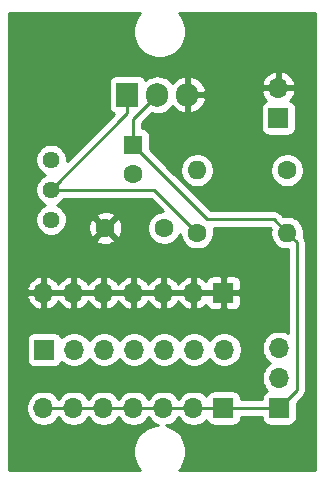
<source format=gtl>
%TF.GenerationSoftware,KiCad,Pcbnew,(5.1.12-1-10_14)*%
%TF.CreationDate,2021-12-29T19:37:03+01:00*%
%TF.ProjectId,contraddictionLamp_signals,636f6e74-7261-4646-9469-6374696f6e4c,1*%
%TF.SameCoordinates,Original*%
%TF.FileFunction,Copper,L1,Top*%
%TF.FilePolarity,Positive*%
%FSLAX46Y46*%
G04 Gerber Fmt 4.6, Leading zero omitted, Abs format (unit mm)*
G04 Created by KiCad (PCBNEW (5.1.12-1-10_14)) date 2021-12-29 19:37:03*
%MOMM*%
%LPD*%
G01*
G04 APERTURE LIST*
%TA.AperFunction,ComponentPad*%
%ADD10C,1.600000*%
%TD*%
%TA.AperFunction,ComponentPad*%
%ADD11R,1.600000X1.600000*%
%TD*%
%TA.AperFunction,ComponentPad*%
%ADD12C,1.440000*%
%TD*%
%TA.AperFunction,ComponentPad*%
%ADD13O,1.700000X1.700000*%
%TD*%
%TA.AperFunction,ComponentPad*%
%ADD14R,1.700000X1.700000*%
%TD*%
%TA.AperFunction,ComponentPad*%
%ADD15O,1.905000X2.000000*%
%TD*%
%TA.AperFunction,ComponentPad*%
%ADD16R,1.905000X2.000000*%
%TD*%
%TA.AperFunction,ComponentPad*%
%ADD17O,1.600000X1.600000*%
%TD*%
%TA.AperFunction,Conductor*%
%ADD18C,0.250000*%
%TD*%
%TA.AperFunction,Conductor*%
%ADD19C,0.254000*%
%TD*%
%TA.AperFunction,Conductor*%
%ADD20C,0.100000*%
%TD*%
G04 APERTURE END LIST*
D10*
%TO.P,C2,2*%
%TO.N,GND*%
X151447500Y-91146000D03*
D11*
%TO.P,C2,1*%
%TO.N,/out-v*%
X151447500Y-88646000D03*
%TD*%
D10*
%TO.P,C1,2*%
%TO.N,/in-v*%
X149114500Y-95694500D03*
%TO.P,C1,1*%
%TO.N,GND*%
X154114500Y-95694500D03*
%TD*%
D12*
%TO.P,R3,3*%
%TO.N,N/C*%
X144526000Y-94996000D03*
%TO.P,R3,2*%
%TO.N,/adj-v*%
X144526000Y-92456000D03*
%TO.P,R3,1*%
%TO.N,GND*%
X144526000Y-89916000D03*
%TD*%
D13*
%TO.P,J3,3*%
%TO.N,/btn-gnd*%
X163842000Y-105854500D03*
%TO.P,J3,2*%
X163842000Y-108394500D03*
D14*
%TO.P,J3,1*%
%TO.N,/out-v*%
X163842000Y-110934500D03*
%TD*%
D15*
%TO.P,U1,3*%
%TO.N,/in-v*%
X156083000Y-84391500D03*
%TO.P,U1,2*%
%TO.N,/out-v*%
X153543000Y-84391500D03*
D16*
%TO.P,U1,1*%
%TO.N,/adj-v*%
X151003000Y-84391500D03*
%TD*%
D17*
%TO.P,R2,2*%
%TO.N,/out-v*%
X164528500Y-96075500D03*
D10*
%TO.P,R2,1*%
%TO.N,/adj-v*%
X156908500Y-96075500D03*
%TD*%
D13*
%TO.P,J4,7*%
%TO.N,/in-v*%
X143891000Y-101155500D03*
%TO.P,J4,6*%
X146431000Y-101155500D03*
%TO.P,J4,5*%
X148971000Y-101155500D03*
%TO.P,J4,4*%
X151511000Y-101155500D03*
%TO.P,J4,3*%
X154051000Y-101155500D03*
%TO.P,J4,2*%
X156591000Y-101155500D03*
D14*
%TO.P,J4,1*%
X159131000Y-101155500D03*
%TD*%
D17*
%TO.P,R1,2*%
%TO.N,/btn-gnd*%
X156908500Y-90805000D03*
D10*
%TO.P,R1,1*%
%TO.N,GND*%
X164528500Y-90805000D03*
%TD*%
D13*
%TO.P,J5,7*%
%TO.N,/out-v*%
X143891000Y-110934500D03*
%TO.P,J5,6*%
X146431000Y-110934500D03*
%TO.P,J5,5*%
X148971000Y-110934500D03*
%TO.P,J5,4*%
X151511000Y-110934500D03*
%TO.P,J5,3*%
X154051000Y-110934500D03*
%TO.P,J5,2*%
X156591000Y-110934500D03*
D14*
%TO.P,J5,1*%
X159131000Y-110934500D03*
%TD*%
D13*
%TO.P,J2,2*%
%TO.N,/in-v*%
X163778500Y-83832500D03*
D14*
%TO.P,J2,1*%
%TO.N,GND*%
X163778500Y-86372500D03*
%TD*%
D13*
%TO.P,J1,7*%
%TO.N,GND*%
X159194500Y-105981500D03*
%TO.P,J1,6*%
X156654500Y-105981500D03*
%TO.P,J1,5*%
X154114500Y-105981500D03*
%TO.P,J1,4*%
X151574500Y-105981500D03*
%TO.P,J1,3*%
X149034500Y-105981500D03*
%TO.P,J1,2*%
X146494500Y-105981500D03*
D14*
%TO.P,J1,1*%
X143954500Y-105981500D03*
%TD*%
D18*
%TO.N,/out-v*%
X159131000Y-110934500D02*
X143891000Y-110934500D01*
X159702500Y-110363000D02*
X159131000Y-110934500D01*
X163270500Y-111569500D02*
X163842000Y-110998000D01*
X159131000Y-110934500D02*
X163842000Y-110934500D01*
X151447500Y-86487000D02*
X153543000Y-84391500D01*
X151447500Y-88646000D02*
X151447500Y-86487000D01*
X165328499Y-109448001D02*
X163842000Y-110934500D01*
X165328499Y-96875499D02*
X165328499Y-109448001D01*
X164528500Y-96075500D02*
X165328499Y-96875499D01*
X157751999Y-94950499D02*
X151447500Y-88646000D01*
X163403499Y-94950499D02*
X157751999Y-94950499D01*
X164528500Y-96075500D02*
X163403499Y-94950499D01*
%TO.N,/in-v*%
X159131000Y-101155500D02*
X143891000Y-101155500D01*
X151384000Y-101028500D02*
X151511000Y-101155500D01*
X148767999Y-96041001D02*
X149114500Y-95694500D01*
X149114500Y-101012000D02*
X148971000Y-101155500D01*
X155397171Y-84391500D02*
X156083000Y-84391500D01*
X156083000Y-84344000D02*
X156594500Y-83832500D01*
X156083000Y-84391500D02*
X156083000Y-84344000D01*
%TO.N,/adj-v*%
X151003000Y-85979000D02*
X144526000Y-92456000D01*
X151003000Y-84391500D02*
X151003000Y-85979000D01*
X153289000Y-92456000D02*
X156908500Y-96075500D01*
X144526000Y-92456000D02*
X153289000Y-92456000D01*
%TO.N,/btn-gnd*%
X163466999Y-105542999D02*
X163842000Y-105918000D01*
%TD*%
D19*
%TO.N,/in-v*%
X151958536Y-77611083D02*
X151710220Y-77982715D01*
X151539176Y-78395651D01*
X151451979Y-78834021D01*
X151451979Y-79280979D01*
X151539176Y-79719349D01*
X151710220Y-80132285D01*
X151958536Y-80503917D01*
X152274583Y-80819964D01*
X152646215Y-81068280D01*
X153059151Y-81239324D01*
X153497521Y-81326521D01*
X153944479Y-81326521D01*
X154382849Y-81239324D01*
X154795785Y-81068280D01*
X155167417Y-80819964D01*
X155483464Y-80503917D01*
X155731780Y-80132285D01*
X155902824Y-79719349D01*
X155990021Y-79280979D01*
X155990021Y-78834021D01*
X155902824Y-78395651D01*
X155731780Y-77982715D01*
X155483464Y-77611083D01*
X155367381Y-77495000D01*
X166916500Y-77495000D01*
X166916501Y-116180000D01*
X155379881Y-116180000D01*
X155495964Y-116063917D01*
X155744280Y-115692285D01*
X155915324Y-115279349D01*
X156002521Y-114840979D01*
X156002521Y-114394021D01*
X155915324Y-113955651D01*
X155744280Y-113542715D01*
X155495964Y-113171083D01*
X155179917Y-112855036D01*
X154808285Y-112606720D01*
X154395349Y-112435676D01*
X154255643Y-112407887D01*
X154484158Y-112362432D01*
X154754411Y-112250490D01*
X154997632Y-112087975D01*
X155204475Y-111881132D01*
X155321000Y-111706740D01*
X155437525Y-111881132D01*
X155644368Y-112087975D01*
X155887589Y-112250490D01*
X156157842Y-112362432D01*
X156444740Y-112419500D01*
X156737260Y-112419500D01*
X157024158Y-112362432D01*
X157294411Y-112250490D01*
X157537632Y-112087975D01*
X157669487Y-111956120D01*
X157691498Y-112028680D01*
X157750463Y-112138994D01*
X157829815Y-112235685D01*
X157926506Y-112315037D01*
X158036820Y-112374002D01*
X158156518Y-112410312D01*
X158281000Y-112422572D01*
X159981000Y-112422572D01*
X160105482Y-112410312D01*
X160225180Y-112374002D01*
X160335494Y-112315037D01*
X160432185Y-112235685D01*
X160511537Y-112138994D01*
X160570502Y-112028680D01*
X160606812Y-111908982D01*
X160619072Y-111784500D01*
X160619072Y-111694500D01*
X162353928Y-111694500D01*
X162353928Y-111784500D01*
X162366188Y-111908982D01*
X162402498Y-112028680D01*
X162461463Y-112138994D01*
X162540815Y-112235685D01*
X162637506Y-112315037D01*
X162747820Y-112374002D01*
X162867518Y-112410312D01*
X162992000Y-112422572D01*
X164692000Y-112422572D01*
X164816482Y-112410312D01*
X164936180Y-112374002D01*
X165046494Y-112315037D01*
X165143185Y-112235685D01*
X165222537Y-112138994D01*
X165281502Y-112028680D01*
X165317812Y-111908982D01*
X165330072Y-111784500D01*
X165330072Y-110521230D01*
X165839502Y-110011800D01*
X165868500Y-109988002D01*
X165894831Y-109955918D01*
X165963473Y-109872278D01*
X166034045Y-109740248D01*
X166043072Y-109710490D01*
X166077502Y-109596987D01*
X166088499Y-109485334D01*
X166088499Y-109485325D01*
X166092175Y-109448002D01*
X166088499Y-109410679D01*
X166088499Y-96912821D01*
X166092175Y-96875498D01*
X166088499Y-96838175D01*
X166088499Y-96838166D01*
X166077502Y-96726513D01*
X166034045Y-96583252D01*
X165963473Y-96451223D01*
X165950310Y-96435184D01*
X165925967Y-96405522D01*
X165963500Y-96216835D01*
X165963500Y-95934165D01*
X165908353Y-95656926D01*
X165800180Y-95395773D01*
X165643137Y-95160741D01*
X165443259Y-94960863D01*
X165208227Y-94803820D01*
X164947074Y-94695647D01*
X164669835Y-94640500D01*
X164387165Y-94640500D01*
X164204613Y-94676812D01*
X163967303Y-94439501D01*
X163943500Y-94410498D01*
X163827775Y-94315525D01*
X163695746Y-94244953D01*
X163552485Y-94201496D01*
X163440832Y-94190499D01*
X163440821Y-94190499D01*
X163403499Y-94186823D01*
X163366177Y-94190499D01*
X158066801Y-94190499D01*
X154539967Y-90663665D01*
X155473500Y-90663665D01*
X155473500Y-90946335D01*
X155528647Y-91223574D01*
X155636820Y-91484727D01*
X155793863Y-91719759D01*
X155993741Y-91919637D01*
X156228773Y-92076680D01*
X156489926Y-92184853D01*
X156767165Y-92240000D01*
X157049835Y-92240000D01*
X157327074Y-92184853D01*
X157588227Y-92076680D01*
X157823259Y-91919637D01*
X158023137Y-91719759D01*
X158180180Y-91484727D01*
X158288353Y-91223574D01*
X158343500Y-90946335D01*
X158343500Y-90663665D01*
X163093500Y-90663665D01*
X163093500Y-90946335D01*
X163148647Y-91223574D01*
X163256820Y-91484727D01*
X163413863Y-91719759D01*
X163613741Y-91919637D01*
X163848773Y-92076680D01*
X164109926Y-92184853D01*
X164387165Y-92240000D01*
X164669835Y-92240000D01*
X164947074Y-92184853D01*
X165208227Y-92076680D01*
X165443259Y-91919637D01*
X165643137Y-91719759D01*
X165800180Y-91484727D01*
X165908353Y-91223574D01*
X165963500Y-90946335D01*
X165963500Y-90663665D01*
X165908353Y-90386426D01*
X165800180Y-90125273D01*
X165643137Y-89890241D01*
X165443259Y-89690363D01*
X165208227Y-89533320D01*
X164947074Y-89425147D01*
X164669835Y-89370000D01*
X164387165Y-89370000D01*
X164109926Y-89425147D01*
X163848773Y-89533320D01*
X163613741Y-89690363D01*
X163413863Y-89890241D01*
X163256820Y-90125273D01*
X163148647Y-90386426D01*
X163093500Y-90663665D01*
X158343500Y-90663665D01*
X158288353Y-90386426D01*
X158180180Y-90125273D01*
X158023137Y-89890241D01*
X157823259Y-89690363D01*
X157588227Y-89533320D01*
X157327074Y-89425147D01*
X157049835Y-89370000D01*
X156767165Y-89370000D01*
X156489926Y-89425147D01*
X156228773Y-89533320D01*
X155993741Y-89690363D01*
X155793863Y-89890241D01*
X155636820Y-90125273D01*
X155528647Y-90386426D01*
X155473500Y-90663665D01*
X154539967Y-90663665D01*
X152885572Y-89009271D01*
X152885572Y-87846000D01*
X152873312Y-87721518D01*
X152837002Y-87601820D01*
X152778037Y-87491506D01*
X152698685Y-87394815D01*
X152601994Y-87315463D01*
X152491680Y-87256498D01*
X152371982Y-87220188D01*
X152247500Y-87207928D01*
X152207500Y-87207928D01*
X152207500Y-86801801D01*
X153058378Y-85950924D01*
X153231797Y-86003530D01*
X153543000Y-86034181D01*
X153854204Y-86003530D01*
X154153449Y-85912755D01*
X154429235Y-85765345D01*
X154670963Y-85566963D01*
X154818162Y-85387600D01*
X154973563Y-85572815D01*
X155216077Y-85767469D01*
X155491906Y-85911071D01*
X155710020Y-85982063D01*
X155956000Y-85862094D01*
X155956000Y-84518500D01*
X156210000Y-84518500D01*
X156210000Y-85862094D01*
X156455980Y-85982063D01*
X156674094Y-85911071D01*
X156949923Y-85767469D01*
X157192437Y-85572815D01*
X157234652Y-85522500D01*
X162290428Y-85522500D01*
X162290428Y-87222500D01*
X162302688Y-87346982D01*
X162338998Y-87466680D01*
X162397963Y-87576994D01*
X162477315Y-87673685D01*
X162574006Y-87753037D01*
X162684320Y-87812002D01*
X162804018Y-87848312D01*
X162928500Y-87860572D01*
X164628500Y-87860572D01*
X164752982Y-87848312D01*
X164872680Y-87812002D01*
X164982994Y-87753037D01*
X165079685Y-87673685D01*
X165159037Y-87576994D01*
X165218002Y-87466680D01*
X165254312Y-87346982D01*
X165266572Y-87222500D01*
X165266572Y-85522500D01*
X165254312Y-85398018D01*
X165218002Y-85278320D01*
X165159037Y-85168006D01*
X165079685Y-85071315D01*
X164982994Y-84991963D01*
X164872680Y-84932998D01*
X164792034Y-84908534D01*
X164876088Y-84832769D01*
X165050141Y-84599420D01*
X165175325Y-84336599D01*
X165219976Y-84189390D01*
X165098655Y-83959500D01*
X163905500Y-83959500D01*
X163905500Y-83979500D01*
X163651500Y-83979500D01*
X163651500Y-83959500D01*
X162458345Y-83959500D01*
X162337024Y-84189390D01*
X162381675Y-84336599D01*
X162506859Y-84599420D01*
X162680912Y-84832769D01*
X162764966Y-84908534D01*
X162684320Y-84932998D01*
X162574006Y-84991963D01*
X162477315Y-85071315D01*
X162397963Y-85168006D01*
X162338998Y-85278320D01*
X162302688Y-85398018D01*
X162290428Y-85522500D01*
X157234652Y-85522500D01*
X157392316Y-85334589D01*
X157541879Y-85061946D01*
X157635378Y-84765363D01*
X157508570Y-84518500D01*
X156210000Y-84518500D01*
X155956000Y-84518500D01*
X155936000Y-84518500D01*
X155936000Y-84264500D01*
X155956000Y-84264500D01*
X155956000Y-82920906D01*
X156210000Y-82920906D01*
X156210000Y-84264500D01*
X157508570Y-84264500D01*
X157635378Y-84017637D01*
X157541879Y-83721054D01*
X157407237Y-83475610D01*
X162337024Y-83475610D01*
X162458345Y-83705500D01*
X163651500Y-83705500D01*
X163651500Y-82511686D01*
X163905500Y-82511686D01*
X163905500Y-83705500D01*
X165098655Y-83705500D01*
X165219976Y-83475610D01*
X165175325Y-83328401D01*
X165050141Y-83065580D01*
X164876088Y-82832231D01*
X164659855Y-82637322D01*
X164409752Y-82488343D01*
X164135391Y-82391019D01*
X163905500Y-82511686D01*
X163651500Y-82511686D01*
X163421609Y-82391019D01*
X163147248Y-82488343D01*
X162897145Y-82637322D01*
X162680912Y-82832231D01*
X162506859Y-83065580D01*
X162381675Y-83328401D01*
X162337024Y-83475610D01*
X157407237Y-83475610D01*
X157392316Y-83448411D01*
X157192437Y-83210185D01*
X156949923Y-83015531D01*
X156674094Y-82871929D01*
X156455980Y-82800937D01*
X156210000Y-82920906D01*
X155956000Y-82920906D01*
X155710020Y-82800937D01*
X155491906Y-82871929D01*
X155216077Y-83015531D01*
X154973563Y-83210185D01*
X154818163Y-83395399D01*
X154670963Y-83216037D01*
X154429234Y-83017655D01*
X154153448Y-82870245D01*
X153854203Y-82779470D01*
X153543000Y-82748819D01*
X153231796Y-82779470D01*
X152932551Y-82870245D01*
X152656765Y-83017655D01*
X152530905Y-83120946D01*
X152486037Y-83037006D01*
X152406685Y-82940315D01*
X152309994Y-82860963D01*
X152199680Y-82801998D01*
X152079982Y-82765688D01*
X151955500Y-82753428D01*
X150050500Y-82753428D01*
X149926018Y-82765688D01*
X149806320Y-82801998D01*
X149696006Y-82860963D01*
X149599315Y-82940315D01*
X149519963Y-83037006D01*
X149460998Y-83147320D01*
X149424688Y-83267018D01*
X149412428Y-83391500D01*
X149412428Y-85391500D01*
X149424688Y-85515982D01*
X149460998Y-85635680D01*
X149519963Y-85745994D01*
X149599315Y-85842685D01*
X149696006Y-85922037D01*
X149806320Y-85981002D01*
X149898296Y-86008902D01*
X145881000Y-90026199D01*
X145881000Y-89782544D01*
X145828928Y-89520761D01*
X145726785Y-89274167D01*
X145578497Y-89052238D01*
X145389762Y-88863503D01*
X145167833Y-88715215D01*
X144921239Y-88613072D01*
X144659456Y-88561000D01*
X144392544Y-88561000D01*
X144130761Y-88613072D01*
X143884167Y-88715215D01*
X143662238Y-88863503D01*
X143473503Y-89052238D01*
X143325215Y-89274167D01*
X143223072Y-89520761D01*
X143171000Y-89782544D01*
X143171000Y-90049456D01*
X143223072Y-90311239D01*
X143325215Y-90557833D01*
X143473503Y-90779762D01*
X143662238Y-90968497D01*
X143884167Y-91116785D01*
X144051266Y-91186000D01*
X143884167Y-91255215D01*
X143662238Y-91403503D01*
X143473503Y-91592238D01*
X143325215Y-91814167D01*
X143223072Y-92060761D01*
X143171000Y-92322544D01*
X143171000Y-92589456D01*
X143223072Y-92851239D01*
X143325215Y-93097833D01*
X143473503Y-93319762D01*
X143662238Y-93508497D01*
X143884167Y-93656785D01*
X144051266Y-93726000D01*
X143884167Y-93795215D01*
X143662238Y-93943503D01*
X143473503Y-94132238D01*
X143325215Y-94354167D01*
X143223072Y-94600761D01*
X143171000Y-94862544D01*
X143171000Y-95129456D01*
X143223072Y-95391239D01*
X143325215Y-95637833D01*
X143473503Y-95859762D01*
X143662238Y-96048497D01*
X143884167Y-96196785D01*
X144130761Y-96298928D01*
X144392544Y-96351000D01*
X144659456Y-96351000D01*
X144921239Y-96298928D01*
X145167833Y-96196785D01*
X145389762Y-96048497D01*
X145578497Y-95859762D01*
X145641806Y-95765012D01*
X147674283Y-95765012D01*
X147715713Y-96044630D01*
X147810897Y-96310792D01*
X147877829Y-96436014D01*
X148121798Y-96507597D01*
X148934895Y-95694500D01*
X149294105Y-95694500D01*
X150107202Y-96507597D01*
X150351171Y-96436014D01*
X150472071Y-96180504D01*
X150540800Y-95906316D01*
X150554717Y-95623988D01*
X150513287Y-95344370D01*
X150418103Y-95078208D01*
X150351171Y-94952986D01*
X150107202Y-94881403D01*
X149294105Y-95694500D01*
X148934895Y-95694500D01*
X148121798Y-94881403D01*
X147877829Y-94952986D01*
X147756929Y-95208496D01*
X147688200Y-95482684D01*
X147674283Y-95765012D01*
X145641806Y-95765012D01*
X145726785Y-95637833D01*
X145828928Y-95391239D01*
X145881000Y-95129456D01*
X145881000Y-94862544D01*
X145849026Y-94701798D01*
X148301403Y-94701798D01*
X149114500Y-95514895D01*
X149927597Y-94701798D01*
X149856014Y-94457829D01*
X149600504Y-94336929D01*
X149326316Y-94268200D01*
X149043988Y-94254283D01*
X148764370Y-94295713D01*
X148498208Y-94390897D01*
X148372986Y-94457829D01*
X148301403Y-94701798D01*
X145849026Y-94701798D01*
X145828928Y-94600761D01*
X145726785Y-94354167D01*
X145578497Y-94132238D01*
X145389762Y-93943503D01*
X145167833Y-93795215D01*
X145000734Y-93726000D01*
X145167833Y-93656785D01*
X145389762Y-93508497D01*
X145578497Y-93319762D01*
X145647828Y-93216000D01*
X152974199Y-93216000D01*
X154017699Y-94259500D01*
X153973165Y-94259500D01*
X153695926Y-94314647D01*
X153434773Y-94422820D01*
X153199741Y-94579863D01*
X152999863Y-94779741D01*
X152842820Y-95014773D01*
X152734647Y-95275926D01*
X152679500Y-95553165D01*
X152679500Y-95835835D01*
X152734647Y-96113074D01*
X152842820Y-96374227D01*
X152999863Y-96609259D01*
X153199741Y-96809137D01*
X153434773Y-96966180D01*
X153695926Y-97074353D01*
X153973165Y-97129500D01*
X154255835Y-97129500D01*
X154533074Y-97074353D01*
X154794227Y-96966180D01*
X155029259Y-96809137D01*
X155229137Y-96609259D01*
X155386180Y-96374227D01*
X155473500Y-96163418D01*
X155473500Y-96216835D01*
X155528647Y-96494074D01*
X155636820Y-96755227D01*
X155793863Y-96990259D01*
X155993741Y-97190137D01*
X156228773Y-97347180D01*
X156489926Y-97455353D01*
X156767165Y-97510500D01*
X157049835Y-97510500D01*
X157327074Y-97455353D01*
X157588227Y-97347180D01*
X157823259Y-97190137D01*
X158023137Y-96990259D01*
X158180180Y-96755227D01*
X158288353Y-96494074D01*
X158343500Y-96216835D01*
X158343500Y-95934165D01*
X158299009Y-95710499D01*
X163088698Y-95710499D01*
X163129812Y-95751613D01*
X163093500Y-95934165D01*
X163093500Y-96216835D01*
X163148647Y-96494074D01*
X163256820Y-96755227D01*
X163413863Y-96990259D01*
X163613741Y-97190137D01*
X163848773Y-97347180D01*
X164109926Y-97455353D01*
X164387165Y-97510500D01*
X164568499Y-97510500D01*
X164568500Y-104553937D01*
X164545411Y-104538510D01*
X164275158Y-104426568D01*
X163988260Y-104369500D01*
X163695740Y-104369500D01*
X163408842Y-104426568D01*
X163138589Y-104538510D01*
X162895368Y-104701025D01*
X162688525Y-104907868D01*
X162526010Y-105151089D01*
X162414068Y-105421342D01*
X162357000Y-105708240D01*
X162357000Y-106000760D01*
X162414068Y-106287658D01*
X162526010Y-106557911D01*
X162688525Y-106801132D01*
X162895368Y-107007975D01*
X163069760Y-107124500D01*
X162895368Y-107241025D01*
X162688525Y-107447868D01*
X162526010Y-107691089D01*
X162414068Y-107961342D01*
X162357000Y-108248240D01*
X162357000Y-108540760D01*
X162414068Y-108827658D01*
X162526010Y-109097911D01*
X162688525Y-109341132D01*
X162820380Y-109472987D01*
X162747820Y-109494998D01*
X162637506Y-109553963D01*
X162540815Y-109633315D01*
X162461463Y-109730006D01*
X162402498Y-109840320D01*
X162366188Y-109960018D01*
X162353928Y-110084500D01*
X162353928Y-110174500D01*
X160619072Y-110174500D01*
X160619072Y-110084500D01*
X160606812Y-109960018D01*
X160570502Y-109840320D01*
X160511537Y-109730006D01*
X160432185Y-109633315D01*
X160335494Y-109553963D01*
X160225180Y-109494998D01*
X160105482Y-109458688D01*
X159981000Y-109446428D01*
X158281000Y-109446428D01*
X158156518Y-109458688D01*
X158036820Y-109494998D01*
X157926506Y-109553963D01*
X157829815Y-109633315D01*
X157750463Y-109730006D01*
X157691498Y-109840320D01*
X157669487Y-109912880D01*
X157537632Y-109781025D01*
X157294411Y-109618510D01*
X157024158Y-109506568D01*
X156737260Y-109449500D01*
X156444740Y-109449500D01*
X156157842Y-109506568D01*
X155887589Y-109618510D01*
X155644368Y-109781025D01*
X155437525Y-109987868D01*
X155321000Y-110162260D01*
X155204475Y-109987868D01*
X154997632Y-109781025D01*
X154754411Y-109618510D01*
X154484158Y-109506568D01*
X154197260Y-109449500D01*
X153904740Y-109449500D01*
X153617842Y-109506568D01*
X153347589Y-109618510D01*
X153104368Y-109781025D01*
X152897525Y-109987868D01*
X152781000Y-110162260D01*
X152664475Y-109987868D01*
X152457632Y-109781025D01*
X152214411Y-109618510D01*
X151944158Y-109506568D01*
X151657260Y-109449500D01*
X151364740Y-109449500D01*
X151077842Y-109506568D01*
X150807589Y-109618510D01*
X150564368Y-109781025D01*
X150357525Y-109987868D01*
X150241000Y-110162260D01*
X150124475Y-109987868D01*
X149917632Y-109781025D01*
X149674411Y-109618510D01*
X149404158Y-109506568D01*
X149117260Y-109449500D01*
X148824740Y-109449500D01*
X148537842Y-109506568D01*
X148267589Y-109618510D01*
X148024368Y-109781025D01*
X147817525Y-109987868D01*
X147701000Y-110162260D01*
X147584475Y-109987868D01*
X147377632Y-109781025D01*
X147134411Y-109618510D01*
X146864158Y-109506568D01*
X146577260Y-109449500D01*
X146284740Y-109449500D01*
X145997842Y-109506568D01*
X145727589Y-109618510D01*
X145484368Y-109781025D01*
X145277525Y-109987868D01*
X145161000Y-110162260D01*
X145044475Y-109987868D01*
X144837632Y-109781025D01*
X144594411Y-109618510D01*
X144324158Y-109506568D01*
X144037260Y-109449500D01*
X143744740Y-109449500D01*
X143457842Y-109506568D01*
X143187589Y-109618510D01*
X142944368Y-109781025D01*
X142737525Y-109987868D01*
X142575010Y-110231089D01*
X142463068Y-110501342D01*
X142406000Y-110788240D01*
X142406000Y-111080760D01*
X142463068Y-111367658D01*
X142575010Y-111637911D01*
X142737525Y-111881132D01*
X142944368Y-112087975D01*
X143187589Y-112250490D01*
X143457842Y-112362432D01*
X143744740Y-112419500D01*
X144037260Y-112419500D01*
X144324158Y-112362432D01*
X144594411Y-112250490D01*
X144837632Y-112087975D01*
X145044475Y-111881132D01*
X145161000Y-111706740D01*
X145277525Y-111881132D01*
X145484368Y-112087975D01*
X145727589Y-112250490D01*
X145997842Y-112362432D01*
X146284740Y-112419500D01*
X146577260Y-112419500D01*
X146864158Y-112362432D01*
X147134411Y-112250490D01*
X147377632Y-112087975D01*
X147584475Y-111881132D01*
X147701000Y-111706740D01*
X147817525Y-111881132D01*
X148024368Y-112087975D01*
X148267589Y-112250490D01*
X148537842Y-112362432D01*
X148824740Y-112419500D01*
X149117260Y-112419500D01*
X149404158Y-112362432D01*
X149674411Y-112250490D01*
X149917632Y-112087975D01*
X150124475Y-111881132D01*
X150241000Y-111706740D01*
X150357525Y-111881132D01*
X150564368Y-112087975D01*
X150807589Y-112250490D01*
X151077842Y-112362432D01*
X151364740Y-112419500D01*
X151657260Y-112419500D01*
X151944158Y-112362432D01*
X152214411Y-112250490D01*
X152457632Y-112087975D01*
X152664475Y-111881132D01*
X152781000Y-111706740D01*
X152897525Y-111881132D01*
X153104368Y-112087975D01*
X153347589Y-112250490D01*
X153584156Y-112348479D01*
X153510021Y-112348479D01*
X153071651Y-112435676D01*
X152658715Y-112606720D01*
X152287083Y-112855036D01*
X151971036Y-113171083D01*
X151722720Y-113542715D01*
X151551676Y-113955651D01*
X151464479Y-114394021D01*
X151464479Y-114840979D01*
X151551676Y-115279349D01*
X151722720Y-115692285D01*
X151971036Y-116063917D01*
X152087119Y-116180000D01*
X140995000Y-116180000D01*
X140995000Y-105131500D01*
X142466428Y-105131500D01*
X142466428Y-106831500D01*
X142478688Y-106955982D01*
X142514998Y-107075680D01*
X142573963Y-107185994D01*
X142653315Y-107282685D01*
X142750006Y-107362037D01*
X142860320Y-107421002D01*
X142980018Y-107457312D01*
X143104500Y-107469572D01*
X144804500Y-107469572D01*
X144928982Y-107457312D01*
X145048680Y-107421002D01*
X145158994Y-107362037D01*
X145255685Y-107282685D01*
X145335037Y-107185994D01*
X145394002Y-107075680D01*
X145416013Y-107003120D01*
X145547868Y-107134975D01*
X145791089Y-107297490D01*
X146061342Y-107409432D01*
X146348240Y-107466500D01*
X146640760Y-107466500D01*
X146927658Y-107409432D01*
X147197911Y-107297490D01*
X147441132Y-107134975D01*
X147647975Y-106928132D01*
X147764500Y-106753740D01*
X147881025Y-106928132D01*
X148087868Y-107134975D01*
X148331089Y-107297490D01*
X148601342Y-107409432D01*
X148888240Y-107466500D01*
X149180760Y-107466500D01*
X149467658Y-107409432D01*
X149737911Y-107297490D01*
X149981132Y-107134975D01*
X150187975Y-106928132D01*
X150304500Y-106753740D01*
X150421025Y-106928132D01*
X150627868Y-107134975D01*
X150871089Y-107297490D01*
X151141342Y-107409432D01*
X151428240Y-107466500D01*
X151720760Y-107466500D01*
X152007658Y-107409432D01*
X152277911Y-107297490D01*
X152521132Y-107134975D01*
X152727975Y-106928132D01*
X152844500Y-106753740D01*
X152961025Y-106928132D01*
X153167868Y-107134975D01*
X153411089Y-107297490D01*
X153681342Y-107409432D01*
X153968240Y-107466500D01*
X154260760Y-107466500D01*
X154547658Y-107409432D01*
X154817911Y-107297490D01*
X155061132Y-107134975D01*
X155267975Y-106928132D01*
X155384500Y-106753740D01*
X155501025Y-106928132D01*
X155707868Y-107134975D01*
X155951089Y-107297490D01*
X156221342Y-107409432D01*
X156508240Y-107466500D01*
X156800760Y-107466500D01*
X157087658Y-107409432D01*
X157357911Y-107297490D01*
X157601132Y-107134975D01*
X157807975Y-106928132D01*
X157924500Y-106753740D01*
X158041025Y-106928132D01*
X158247868Y-107134975D01*
X158491089Y-107297490D01*
X158761342Y-107409432D01*
X159048240Y-107466500D01*
X159340760Y-107466500D01*
X159627658Y-107409432D01*
X159897911Y-107297490D01*
X160141132Y-107134975D01*
X160347975Y-106928132D01*
X160510490Y-106684911D01*
X160622432Y-106414658D01*
X160679500Y-106127760D01*
X160679500Y-105835240D01*
X160622432Y-105548342D01*
X160510490Y-105278089D01*
X160347975Y-105034868D01*
X160141132Y-104828025D01*
X159897911Y-104665510D01*
X159627658Y-104553568D01*
X159340760Y-104496500D01*
X159048240Y-104496500D01*
X158761342Y-104553568D01*
X158491089Y-104665510D01*
X158247868Y-104828025D01*
X158041025Y-105034868D01*
X157924500Y-105209260D01*
X157807975Y-105034868D01*
X157601132Y-104828025D01*
X157357911Y-104665510D01*
X157087658Y-104553568D01*
X156800760Y-104496500D01*
X156508240Y-104496500D01*
X156221342Y-104553568D01*
X155951089Y-104665510D01*
X155707868Y-104828025D01*
X155501025Y-105034868D01*
X155384500Y-105209260D01*
X155267975Y-105034868D01*
X155061132Y-104828025D01*
X154817911Y-104665510D01*
X154547658Y-104553568D01*
X154260760Y-104496500D01*
X153968240Y-104496500D01*
X153681342Y-104553568D01*
X153411089Y-104665510D01*
X153167868Y-104828025D01*
X152961025Y-105034868D01*
X152844500Y-105209260D01*
X152727975Y-105034868D01*
X152521132Y-104828025D01*
X152277911Y-104665510D01*
X152007658Y-104553568D01*
X151720760Y-104496500D01*
X151428240Y-104496500D01*
X151141342Y-104553568D01*
X150871089Y-104665510D01*
X150627868Y-104828025D01*
X150421025Y-105034868D01*
X150304500Y-105209260D01*
X150187975Y-105034868D01*
X149981132Y-104828025D01*
X149737911Y-104665510D01*
X149467658Y-104553568D01*
X149180760Y-104496500D01*
X148888240Y-104496500D01*
X148601342Y-104553568D01*
X148331089Y-104665510D01*
X148087868Y-104828025D01*
X147881025Y-105034868D01*
X147764500Y-105209260D01*
X147647975Y-105034868D01*
X147441132Y-104828025D01*
X147197911Y-104665510D01*
X146927658Y-104553568D01*
X146640760Y-104496500D01*
X146348240Y-104496500D01*
X146061342Y-104553568D01*
X145791089Y-104665510D01*
X145547868Y-104828025D01*
X145416013Y-104959880D01*
X145394002Y-104887320D01*
X145335037Y-104777006D01*
X145255685Y-104680315D01*
X145158994Y-104600963D01*
X145048680Y-104541998D01*
X144928982Y-104505688D01*
X144804500Y-104493428D01*
X143104500Y-104493428D01*
X142980018Y-104505688D01*
X142860320Y-104541998D01*
X142750006Y-104600963D01*
X142653315Y-104680315D01*
X142573963Y-104777006D01*
X142514998Y-104887320D01*
X142478688Y-105007018D01*
X142466428Y-105131500D01*
X140995000Y-105131500D01*
X140995000Y-101512391D01*
X142449519Y-101512391D01*
X142546843Y-101786752D01*
X142695822Y-102036855D01*
X142890731Y-102253088D01*
X143124080Y-102427141D01*
X143386901Y-102552325D01*
X143534110Y-102596976D01*
X143764000Y-102475655D01*
X143764000Y-101282500D01*
X144018000Y-101282500D01*
X144018000Y-102475655D01*
X144247890Y-102596976D01*
X144395099Y-102552325D01*
X144657920Y-102427141D01*
X144891269Y-102253088D01*
X145086178Y-102036855D01*
X145161000Y-101911245D01*
X145235822Y-102036855D01*
X145430731Y-102253088D01*
X145664080Y-102427141D01*
X145926901Y-102552325D01*
X146074110Y-102596976D01*
X146304000Y-102475655D01*
X146304000Y-101282500D01*
X146558000Y-101282500D01*
X146558000Y-102475655D01*
X146787890Y-102596976D01*
X146935099Y-102552325D01*
X147197920Y-102427141D01*
X147431269Y-102253088D01*
X147626178Y-102036855D01*
X147701000Y-101911245D01*
X147775822Y-102036855D01*
X147970731Y-102253088D01*
X148204080Y-102427141D01*
X148466901Y-102552325D01*
X148614110Y-102596976D01*
X148844000Y-102475655D01*
X148844000Y-101282500D01*
X149098000Y-101282500D01*
X149098000Y-102475655D01*
X149327890Y-102596976D01*
X149475099Y-102552325D01*
X149737920Y-102427141D01*
X149971269Y-102253088D01*
X150166178Y-102036855D01*
X150241000Y-101911245D01*
X150315822Y-102036855D01*
X150510731Y-102253088D01*
X150744080Y-102427141D01*
X151006901Y-102552325D01*
X151154110Y-102596976D01*
X151384000Y-102475655D01*
X151384000Y-101282500D01*
X151638000Y-101282500D01*
X151638000Y-102475655D01*
X151867890Y-102596976D01*
X152015099Y-102552325D01*
X152277920Y-102427141D01*
X152511269Y-102253088D01*
X152706178Y-102036855D01*
X152781000Y-101911245D01*
X152855822Y-102036855D01*
X153050731Y-102253088D01*
X153284080Y-102427141D01*
X153546901Y-102552325D01*
X153694110Y-102596976D01*
X153924000Y-102475655D01*
X153924000Y-101282500D01*
X154178000Y-101282500D01*
X154178000Y-102475655D01*
X154407890Y-102596976D01*
X154555099Y-102552325D01*
X154817920Y-102427141D01*
X155051269Y-102253088D01*
X155246178Y-102036855D01*
X155321000Y-101911245D01*
X155395822Y-102036855D01*
X155590731Y-102253088D01*
X155824080Y-102427141D01*
X156086901Y-102552325D01*
X156234110Y-102596976D01*
X156464000Y-102475655D01*
X156464000Y-101282500D01*
X156718000Y-101282500D01*
X156718000Y-102475655D01*
X156947890Y-102596976D01*
X157095099Y-102552325D01*
X157357920Y-102427141D01*
X157591269Y-102253088D01*
X157667034Y-102169034D01*
X157691498Y-102249680D01*
X157750463Y-102359994D01*
X157829815Y-102456685D01*
X157926506Y-102536037D01*
X158036820Y-102595002D01*
X158156518Y-102631312D01*
X158281000Y-102643572D01*
X158845250Y-102640500D01*
X159004000Y-102481750D01*
X159004000Y-101282500D01*
X159258000Y-101282500D01*
X159258000Y-102481750D01*
X159416750Y-102640500D01*
X159981000Y-102643572D01*
X160105482Y-102631312D01*
X160225180Y-102595002D01*
X160335494Y-102536037D01*
X160432185Y-102456685D01*
X160511537Y-102359994D01*
X160570502Y-102249680D01*
X160606812Y-102129982D01*
X160619072Y-102005500D01*
X160616000Y-101441250D01*
X160457250Y-101282500D01*
X159258000Y-101282500D01*
X159004000Y-101282500D01*
X156718000Y-101282500D01*
X156464000Y-101282500D01*
X154178000Y-101282500D01*
X153924000Y-101282500D01*
X151638000Y-101282500D01*
X151384000Y-101282500D01*
X149098000Y-101282500D01*
X148844000Y-101282500D01*
X146558000Y-101282500D01*
X146304000Y-101282500D01*
X144018000Y-101282500D01*
X143764000Y-101282500D01*
X142570186Y-101282500D01*
X142449519Y-101512391D01*
X140995000Y-101512391D01*
X140995000Y-100798609D01*
X142449519Y-100798609D01*
X142570186Y-101028500D01*
X143764000Y-101028500D01*
X143764000Y-99835345D01*
X144018000Y-99835345D01*
X144018000Y-101028500D01*
X146304000Y-101028500D01*
X146304000Y-99835345D01*
X146558000Y-99835345D01*
X146558000Y-101028500D01*
X148844000Y-101028500D01*
X148844000Y-99835345D01*
X149098000Y-99835345D01*
X149098000Y-101028500D01*
X151384000Y-101028500D01*
X151384000Y-99835345D01*
X151638000Y-99835345D01*
X151638000Y-101028500D01*
X153924000Y-101028500D01*
X153924000Y-99835345D01*
X154178000Y-99835345D01*
X154178000Y-101028500D01*
X156464000Y-101028500D01*
X156464000Y-99835345D01*
X156718000Y-99835345D01*
X156718000Y-101028500D01*
X159004000Y-101028500D01*
X159004000Y-99829250D01*
X159258000Y-99829250D01*
X159258000Y-101028500D01*
X160457250Y-101028500D01*
X160616000Y-100869750D01*
X160619072Y-100305500D01*
X160606812Y-100181018D01*
X160570502Y-100061320D01*
X160511537Y-99951006D01*
X160432185Y-99854315D01*
X160335494Y-99774963D01*
X160225180Y-99715998D01*
X160105482Y-99679688D01*
X159981000Y-99667428D01*
X159416750Y-99670500D01*
X159258000Y-99829250D01*
X159004000Y-99829250D01*
X158845250Y-99670500D01*
X158281000Y-99667428D01*
X158156518Y-99679688D01*
X158036820Y-99715998D01*
X157926506Y-99774963D01*
X157829815Y-99854315D01*
X157750463Y-99951006D01*
X157691498Y-100061320D01*
X157667034Y-100141966D01*
X157591269Y-100057912D01*
X157357920Y-99883859D01*
X157095099Y-99758675D01*
X156947890Y-99714024D01*
X156718000Y-99835345D01*
X156464000Y-99835345D01*
X156234110Y-99714024D01*
X156086901Y-99758675D01*
X155824080Y-99883859D01*
X155590731Y-100057912D01*
X155395822Y-100274145D01*
X155321000Y-100399755D01*
X155246178Y-100274145D01*
X155051269Y-100057912D01*
X154817920Y-99883859D01*
X154555099Y-99758675D01*
X154407890Y-99714024D01*
X154178000Y-99835345D01*
X153924000Y-99835345D01*
X153694110Y-99714024D01*
X153546901Y-99758675D01*
X153284080Y-99883859D01*
X153050731Y-100057912D01*
X152855822Y-100274145D01*
X152781000Y-100399755D01*
X152706178Y-100274145D01*
X152511269Y-100057912D01*
X152277920Y-99883859D01*
X152015099Y-99758675D01*
X151867890Y-99714024D01*
X151638000Y-99835345D01*
X151384000Y-99835345D01*
X151154110Y-99714024D01*
X151006901Y-99758675D01*
X150744080Y-99883859D01*
X150510731Y-100057912D01*
X150315822Y-100274145D01*
X150241000Y-100399755D01*
X150166178Y-100274145D01*
X149971269Y-100057912D01*
X149737920Y-99883859D01*
X149475099Y-99758675D01*
X149327890Y-99714024D01*
X149098000Y-99835345D01*
X148844000Y-99835345D01*
X148614110Y-99714024D01*
X148466901Y-99758675D01*
X148204080Y-99883859D01*
X147970731Y-100057912D01*
X147775822Y-100274145D01*
X147701000Y-100399755D01*
X147626178Y-100274145D01*
X147431269Y-100057912D01*
X147197920Y-99883859D01*
X146935099Y-99758675D01*
X146787890Y-99714024D01*
X146558000Y-99835345D01*
X146304000Y-99835345D01*
X146074110Y-99714024D01*
X145926901Y-99758675D01*
X145664080Y-99883859D01*
X145430731Y-100057912D01*
X145235822Y-100274145D01*
X145161000Y-100399755D01*
X145086178Y-100274145D01*
X144891269Y-100057912D01*
X144657920Y-99883859D01*
X144395099Y-99758675D01*
X144247890Y-99714024D01*
X144018000Y-99835345D01*
X143764000Y-99835345D01*
X143534110Y-99714024D01*
X143386901Y-99758675D01*
X143124080Y-99883859D01*
X142890731Y-100057912D01*
X142695822Y-100274145D01*
X142546843Y-100524248D01*
X142449519Y-100798609D01*
X140995000Y-100798609D01*
X140995000Y-96687202D01*
X148301403Y-96687202D01*
X148372986Y-96931171D01*
X148628496Y-97052071D01*
X148902684Y-97120800D01*
X149185012Y-97134717D01*
X149464630Y-97093287D01*
X149730792Y-96998103D01*
X149856014Y-96931171D01*
X149927597Y-96687202D01*
X149114500Y-95874105D01*
X148301403Y-96687202D01*
X140995000Y-96687202D01*
X140995000Y-77495000D01*
X152074619Y-77495000D01*
X151958536Y-77611083D01*
%TA.AperFunction,Conductor*%
D20*
G36*
X151958536Y-77611083D02*
G01*
X151710220Y-77982715D01*
X151539176Y-78395651D01*
X151451979Y-78834021D01*
X151451979Y-79280979D01*
X151539176Y-79719349D01*
X151710220Y-80132285D01*
X151958536Y-80503917D01*
X152274583Y-80819964D01*
X152646215Y-81068280D01*
X153059151Y-81239324D01*
X153497521Y-81326521D01*
X153944479Y-81326521D01*
X154382849Y-81239324D01*
X154795785Y-81068280D01*
X155167417Y-80819964D01*
X155483464Y-80503917D01*
X155731780Y-80132285D01*
X155902824Y-79719349D01*
X155990021Y-79280979D01*
X155990021Y-78834021D01*
X155902824Y-78395651D01*
X155731780Y-77982715D01*
X155483464Y-77611083D01*
X155367381Y-77495000D01*
X166916500Y-77495000D01*
X166916501Y-116180000D01*
X155379881Y-116180000D01*
X155495964Y-116063917D01*
X155744280Y-115692285D01*
X155915324Y-115279349D01*
X156002521Y-114840979D01*
X156002521Y-114394021D01*
X155915324Y-113955651D01*
X155744280Y-113542715D01*
X155495964Y-113171083D01*
X155179917Y-112855036D01*
X154808285Y-112606720D01*
X154395349Y-112435676D01*
X154255643Y-112407887D01*
X154484158Y-112362432D01*
X154754411Y-112250490D01*
X154997632Y-112087975D01*
X155204475Y-111881132D01*
X155321000Y-111706740D01*
X155437525Y-111881132D01*
X155644368Y-112087975D01*
X155887589Y-112250490D01*
X156157842Y-112362432D01*
X156444740Y-112419500D01*
X156737260Y-112419500D01*
X157024158Y-112362432D01*
X157294411Y-112250490D01*
X157537632Y-112087975D01*
X157669487Y-111956120D01*
X157691498Y-112028680D01*
X157750463Y-112138994D01*
X157829815Y-112235685D01*
X157926506Y-112315037D01*
X158036820Y-112374002D01*
X158156518Y-112410312D01*
X158281000Y-112422572D01*
X159981000Y-112422572D01*
X160105482Y-112410312D01*
X160225180Y-112374002D01*
X160335494Y-112315037D01*
X160432185Y-112235685D01*
X160511537Y-112138994D01*
X160570502Y-112028680D01*
X160606812Y-111908982D01*
X160619072Y-111784500D01*
X160619072Y-111694500D01*
X162353928Y-111694500D01*
X162353928Y-111784500D01*
X162366188Y-111908982D01*
X162402498Y-112028680D01*
X162461463Y-112138994D01*
X162540815Y-112235685D01*
X162637506Y-112315037D01*
X162747820Y-112374002D01*
X162867518Y-112410312D01*
X162992000Y-112422572D01*
X164692000Y-112422572D01*
X164816482Y-112410312D01*
X164936180Y-112374002D01*
X165046494Y-112315037D01*
X165143185Y-112235685D01*
X165222537Y-112138994D01*
X165281502Y-112028680D01*
X165317812Y-111908982D01*
X165330072Y-111784500D01*
X165330072Y-110521230D01*
X165839502Y-110011800D01*
X165868500Y-109988002D01*
X165894831Y-109955918D01*
X165963473Y-109872278D01*
X166034045Y-109740248D01*
X166043072Y-109710490D01*
X166077502Y-109596987D01*
X166088499Y-109485334D01*
X166088499Y-109485325D01*
X166092175Y-109448002D01*
X166088499Y-109410679D01*
X166088499Y-96912821D01*
X166092175Y-96875498D01*
X166088499Y-96838175D01*
X166088499Y-96838166D01*
X166077502Y-96726513D01*
X166034045Y-96583252D01*
X165963473Y-96451223D01*
X165950310Y-96435184D01*
X165925967Y-96405522D01*
X165963500Y-96216835D01*
X165963500Y-95934165D01*
X165908353Y-95656926D01*
X165800180Y-95395773D01*
X165643137Y-95160741D01*
X165443259Y-94960863D01*
X165208227Y-94803820D01*
X164947074Y-94695647D01*
X164669835Y-94640500D01*
X164387165Y-94640500D01*
X164204613Y-94676812D01*
X163967303Y-94439501D01*
X163943500Y-94410498D01*
X163827775Y-94315525D01*
X163695746Y-94244953D01*
X163552485Y-94201496D01*
X163440832Y-94190499D01*
X163440821Y-94190499D01*
X163403499Y-94186823D01*
X163366177Y-94190499D01*
X158066801Y-94190499D01*
X154539967Y-90663665D01*
X155473500Y-90663665D01*
X155473500Y-90946335D01*
X155528647Y-91223574D01*
X155636820Y-91484727D01*
X155793863Y-91719759D01*
X155993741Y-91919637D01*
X156228773Y-92076680D01*
X156489926Y-92184853D01*
X156767165Y-92240000D01*
X157049835Y-92240000D01*
X157327074Y-92184853D01*
X157588227Y-92076680D01*
X157823259Y-91919637D01*
X158023137Y-91719759D01*
X158180180Y-91484727D01*
X158288353Y-91223574D01*
X158343500Y-90946335D01*
X158343500Y-90663665D01*
X163093500Y-90663665D01*
X163093500Y-90946335D01*
X163148647Y-91223574D01*
X163256820Y-91484727D01*
X163413863Y-91719759D01*
X163613741Y-91919637D01*
X163848773Y-92076680D01*
X164109926Y-92184853D01*
X164387165Y-92240000D01*
X164669835Y-92240000D01*
X164947074Y-92184853D01*
X165208227Y-92076680D01*
X165443259Y-91919637D01*
X165643137Y-91719759D01*
X165800180Y-91484727D01*
X165908353Y-91223574D01*
X165963500Y-90946335D01*
X165963500Y-90663665D01*
X165908353Y-90386426D01*
X165800180Y-90125273D01*
X165643137Y-89890241D01*
X165443259Y-89690363D01*
X165208227Y-89533320D01*
X164947074Y-89425147D01*
X164669835Y-89370000D01*
X164387165Y-89370000D01*
X164109926Y-89425147D01*
X163848773Y-89533320D01*
X163613741Y-89690363D01*
X163413863Y-89890241D01*
X163256820Y-90125273D01*
X163148647Y-90386426D01*
X163093500Y-90663665D01*
X158343500Y-90663665D01*
X158288353Y-90386426D01*
X158180180Y-90125273D01*
X158023137Y-89890241D01*
X157823259Y-89690363D01*
X157588227Y-89533320D01*
X157327074Y-89425147D01*
X157049835Y-89370000D01*
X156767165Y-89370000D01*
X156489926Y-89425147D01*
X156228773Y-89533320D01*
X155993741Y-89690363D01*
X155793863Y-89890241D01*
X155636820Y-90125273D01*
X155528647Y-90386426D01*
X155473500Y-90663665D01*
X154539967Y-90663665D01*
X152885572Y-89009271D01*
X152885572Y-87846000D01*
X152873312Y-87721518D01*
X152837002Y-87601820D01*
X152778037Y-87491506D01*
X152698685Y-87394815D01*
X152601994Y-87315463D01*
X152491680Y-87256498D01*
X152371982Y-87220188D01*
X152247500Y-87207928D01*
X152207500Y-87207928D01*
X152207500Y-86801801D01*
X153058378Y-85950924D01*
X153231797Y-86003530D01*
X153543000Y-86034181D01*
X153854204Y-86003530D01*
X154153449Y-85912755D01*
X154429235Y-85765345D01*
X154670963Y-85566963D01*
X154818162Y-85387600D01*
X154973563Y-85572815D01*
X155216077Y-85767469D01*
X155491906Y-85911071D01*
X155710020Y-85982063D01*
X155956000Y-85862094D01*
X155956000Y-84518500D01*
X156210000Y-84518500D01*
X156210000Y-85862094D01*
X156455980Y-85982063D01*
X156674094Y-85911071D01*
X156949923Y-85767469D01*
X157192437Y-85572815D01*
X157234652Y-85522500D01*
X162290428Y-85522500D01*
X162290428Y-87222500D01*
X162302688Y-87346982D01*
X162338998Y-87466680D01*
X162397963Y-87576994D01*
X162477315Y-87673685D01*
X162574006Y-87753037D01*
X162684320Y-87812002D01*
X162804018Y-87848312D01*
X162928500Y-87860572D01*
X164628500Y-87860572D01*
X164752982Y-87848312D01*
X164872680Y-87812002D01*
X164982994Y-87753037D01*
X165079685Y-87673685D01*
X165159037Y-87576994D01*
X165218002Y-87466680D01*
X165254312Y-87346982D01*
X165266572Y-87222500D01*
X165266572Y-85522500D01*
X165254312Y-85398018D01*
X165218002Y-85278320D01*
X165159037Y-85168006D01*
X165079685Y-85071315D01*
X164982994Y-84991963D01*
X164872680Y-84932998D01*
X164792034Y-84908534D01*
X164876088Y-84832769D01*
X165050141Y-84599420D01*
X165175325Y-84336599D01*
X165219976Y-84189390D01*
X165098655Y-83959500D01*
X163905500Y-83959500D01*
X163905500Y-83979500D01*
X163651500Y-83979500D01*
X163651500Y-83959500D01*
X162458345Y-83959500D01*
X162337024Y-84189390D01*
X162381675Y-84336599D01*
X162506859Y-84599420D01*
X162680912Y-84832769D01*
X162764966Y-84908534D01*
X162684320Y-84932998D01*
X162574006Y-84991963D01*
X162477315Y-85071315D01*
X162397963Y-85168006D01*
X162338998Y-85278320D01*
X162302688Y-85398018D01*
X162290428Y-85522500D01*
X157234652Y-85522500D01*
X157392316Y-85334589D01*
X157541879Y-85061946D01*
X157635378Y-84765363D01*
X157508570Y-84518500D01*
X156210000Y-84518500D01*
X155956000Y-84518500D01*
X155936000Y-84518500D01*
X155936000Y-84264500D01*
X155956000Y-84264500D01*
X155956000Y-82920906D01*
X156210000Y-82920906D01*
X156210000Y-84264500D01*
X157508570Y-84264500D01*
X157635378Y-84017637D01*
X157541879Y-83721054D01*
X157407237Y-83475610D01*
X162337024Y-83475610D01*
X162458345Y-83705500D01*
X163651500Y-83705500D01*
X163651500Y-82511686D01*
X163905500Y-82511686D01*
X163905500Y-83705500D01*
X165098655Y-83705500D01*
X165219976Y-83475610D01*
X165175325Y-83328401D01*
X165050141Y-83065580D01*
X164876088Y-82832231D01*
X164659855Y-82637322D01*
X164409752Y-82488343D01*
X164135391Y-82391019D01*
X163905500Y-82511686D01*
X163651500Y-82511686D01*
X163421609Y-82391019D01*
X163147248Y-82488343D01*
X162897145Y-82637322D01*
X162680912Y-82832231D01*
X162506859Y-83065580D01*
X162381675Y-83328401D01*
X162337024Y-83475610D01*
X157407237Y-83475610D01*
X157392316Y-83448411D01*
X157192437Y-83210185D01*
X156949923Y-83015531D01*
X156674094Y-82871929D01*
X156455980Y-82800937D01*
X156210000Y-82920906D01*
X155956000Y-82920906D01*
X155710020Y-82800937D01*
X155491906Y-82871929D01*
X155216077Y-83015531D01*
X154973563Y-83210185D01*
X154818163Y-83395399D01*
X154670963Y-83216037D01*
X154429234Y-83017655D01*
X154153448Y-82870245D01*
X153854203Y-82779470D01*
X153543000Y-82748819D01*
X153231796Y-82779470D01*
X152932551Y-82870245D01*
X152656765Y-83017655D01*
X152530905Y-83120946D01*
X152486037Y-83037006D01*
X152406685Y-82940315D01*
X152309994Y-82860963D01*
X152199680Y-82801998D01*
X152079982Y-82765688D01*
X151955500Y-82753428D01*
X150050500Y-82753428D01*
X149926018Y-82765688D01*
X149806320Y-82801998D01*
X149696006Y-82860963D01*
X149599315Y-82940315D01*
X149519963Y-83037006D01*
X149460998Y-83147320D01*
X149424688Y-83267018D01*
X149412428Y-83391500D01*
X149412428Y-85391500D01*
X149424688Y-85515982D01*
X149460998Y-85635680D01*
X149519963Y-85745994D01*
X149599315Y-85842685D01*
X149696006Y-85922037D01*
X149806320Y-85981002D01*
X149898296Y-86008902D01*
X145881000Y-90026199D01*
X145881000Y-89782544D01*
X145828928Y-89520761D01*
X145726785Y-89274167D01*
X145578497Y-89052238D01*
X145389762Y-88863503D01*
X145167833Y-88715215D01*
X144921239Y-88613072D01*
X144659456Y-88561000D01*
X144392544Y-88561000D01*
X144130761Y-88613072D01*
X143884167Y-88715215D01*
X143662238Y-88863503D01*
X143473503Y-89052238D01*
X143325215Y-89274167D01*
X143223072Y-89520761D01*
X143171000Y-89782544D01*
X143171000Y-90049456D01*
X143223072Y-90311239D01*
X143325215Y-90557833D01*
X143473503Y-90779762D01*
X143662238Y-90968497D01*
X143884167Y-91116785D01*
X144051266Y-91186000D01*
X143884167Y-91255215D01*
X143662238Y-91403503D01*
X143473503Y-91592238D01*
X143325215Y-91814167D01*
X143223072Y-92060761D01*
X143171000Y-92322544D01*
X143171000Y-92589456D01*
X143223072Y-92851239D01*
X143325215Y-93097833D01*
X143473503Y-93319762D01*
X143662238Y-93508497D01*
X143884167Y-93656785D01*
X144051266Y-93726000D01*
X143884167Y-93795215D01*
X143662238Y-93943503D01*
X143473503Y-94132238D01*
X143325215Y-94354167D01*
X143223072Y-94600761D01*
X143171000Y-94862544D01*
X143171000Y-95129456D01*
X143223072Y-95391239D01*
X143325215Y-95637833D01*
X143473503Y-95859762D01*
X143662238Y-96048497D01*
X143884167Y-96196785D01*
X144130761Y-96298928D01*
X144392544Y-96351000D01*
X144659456Y-96351000D01*
X144921239Y-96298928D01*
X145167833Y-96196785D01*
X145389762Y-96048497D01*
X145578497Y-95859762D01*
X145641806Y-95765012D01*
X147674283Y-95765012D01*
X147715713Y-96044630D01*
X147810897Y-96310792D01*
X147877829Y-96436014D01*
X148121798Y-96507597D01*
X148934895Y-95694500D01*
X149294105Y-95694500D01*
X150107202Y-96507597D01*
X150351171Y-96436014D01*
X150472071Y-96180504D01*
X150540800Y-95906316D01*
X150554717Y-95623988D01*
X150513287Y-95344370D01*
X150418103Y-95078208D01*
X150351171Y-94952986D01*
X150107202Y-94881403D01*
X149294105Y-95694500D01*
X148934895Y-95694500D01*
X148121798Y-94881403D01*
X147877829Y-94952986D01*
X147756929Y-95208496D01*
X147688200Y-95482684D01*
X147674283Y-95765012D01*
X145641806Y-95765012D01*
X145726785Y-95637833D01*
X145828928Y-95391239D01*
X145881000Y-95129456D01*
X145881000Y-94862544D01*
X145849026Y-94701798D01*
X148301403Y-94701798D01*
X149114500Y-95514895D01*
X149927597Y-94701798D01*
X149856014Y-94457829D01*
X149600504Y-94336929D01*
X149326316Y-94268200D01*
X149043988Y-94254283D01*
X148764370Y-94295713D01*
X148498208Y-94390897D01*
X148372986Y-94457829D01*
X148301403Y-94701798D01*
X145849026Y-94701798D01*
X145828928Y-94600761D01*
X145726785Y-94354167D01*
X145578497Y-94132238D01*
X145389762Y-93943503D01*
X145167833Y-93795215D01*
X145000734Y-93726000D01*
X145167833Y-93656785D01*
X145389762Y-93508497D01*
X145578497Y-93319762D01*
X145647828Y-93216000D01*
X152974199Y-93216000D01*
X154017699Y-94259500D01*
X153973165Y-94259500D01*
X153695926Y-94314647D01*
X153434773Y-94422820D01*
X153199741Y-94579863D01*
X152999863Y-94779741D01*
X152842820Y-95014773D01*
X152734647Y-95275926D01*
X152679500Y-95553165D01*
X152679500Y-95835835D01*
X152734647Y-96113074D01*
X152842820Y-96374227D01*
X152999863Y-96609259D01*
X153199741Y-96809137D01*
X153434773Y-96966180D01*
X153695926Y-97074353D01*
X153973165Y-97129500D01*
X154255835Y-97129500D01*
X154533074Y-97074353D01*
X154794227Y-96966180D01*
X155029259Y-96809137D01*
X155229137Y-96609259D01*
X155386180Y-96374227D01*
X155473500Y-96163418D01*
X155473500Y-96216835D01*
X155528647Y-96494074D01*
X155636820Y-96755227D01*
X155793863Y-96990259D01*
X155993741Y-97190137D01*
X156228773Y-97347180D01*
X156489926Y-97455353D01*
X156767165Y-97510500D01*
X157049835Y-97510500D01*
X157327074Y-97455353D01*
X157588227Y-97347180D01*
X157823259Y-97190137D01*
X158023137Y-96990259D01*
X158180180Y-96755227D01*
X158288353Y-96494074D01*
X158343500Y-96216835D01*
X158343500Y-95934165D01*
X158299009Y-95710499D01*
X163088698Y-95710499D01*
X163129812Y-95751613D01*
X163093500Y-95934165D01*
X163093500Y-96216835D01*
X163148647Y-96494074D01*
X163256820Y-96755227D01*
X163413863Y-96990259D01*
X163613741Y-97190137D01*
X163848773Y-97347180D01*
X164109926Y-97455353D01*
X164387165Y-97510500D01*
X164568499Y-97510500D01*
X164568500Y-104553937D01*
X164545411Y-104538510D01*
X164275158Y-104426568D01*
X163988260Y-104369500D01*
X163695740Y-104369500D01*
X163408842Y-104426568D01*
X163138589Y-104538510D01*
X162895368Y-104701025D01*
X162688525Y-104907868D01*
X162526010Y-105151089D01*
X162414068Y-105421342D01*
X162357000Y-105708240D01*
X162357000Y-106000760D01*
X162414068Y-106287658D01*
X162526010Y-106557911D01*
X162688525Y-106801132D01*
X162895368Y-107007975D01*
X163069760Y-107124500D01*
X162895368Y-107241025D01*
X162688525Y-107447868D01*
X162526010Y-107691089D01*
X162414068Y-107961342D01*
X162357000Y-108248240D01*
X162357000Y-108540760D01*
X162414068Y-108827658D01*
X162526010Y-109097911D01*
X162688525Y-109341132D01*
X162820380Y-109472987D01*
X162747820Y-109494998D01*
X162637506Y-109553963D01*
X162540815Y-109633315D01*
X162461463Y-109730006D01*
X162402498Y-109840320D01*
X162366188Y-109960018D01*
X162353928Y-110084500D01*
X162353928Y-110174500D01*
X160619072Y-110174500D01*
X160619072Y-110084500D01*
X160606812Y-109960018D01*
X160570502Y-109840320D01*
X160511537Y-109730006D01*
X160432185Y-109633315D01*
X160335494Y-109553963D01*
X160225180Y-109494998D01*
X160105482Y-109458688D01*
X159981000Y-109446428D01*
X158281000Y-109446428D01*
X158156518Y-109458688D01*
X158036820Y-109494998D01*
X157926506Y-109553963D01*
X157829815Y-109633315D01*
X157750463Y-109730006D01*
X157691498Y-109840320D01*
X157669487Y-109912880D01*
X157537632Y-109781025D01*
X157294411Y-109618510D01*
X157024158Y-109506568D01*
X156737260Y-109449500D01*
X156444740Y-109449500D01*
X156157842Y-109506568D01*
X155887589Y-109618510D01*
X155644368Y-109781025D01*
X155437525Y-109987868D01*
X155321000Y-110162260D01*
X155204475Y-109987868D01*
X154997632Y-109781025D01*
X154754411Y-109618510D01*
X154484158Y-109506568D01*
X154197260Y-109449500D01*
X153904740Y-109449500D01*
X153617842Y-109506568D01*
X153347589Y-109618510D01*
X153104368Y-109781025D01*
X152897525Y-109987868D01*
X152781000Y-110162260D01*
X152664475Y-109987868D01*
X152457632Y-109781025D01*
X152214411Y-109618510D01*
X151944158Y-109506568D01*
X151657260Y-109449500D01*
X151364740Y-109449500D01*
X151077842Y-109506568D01*
X150807589Y-109618510D01*
X150564368Y-109781025D01*
X150357525Y-109987868D01*
X150241000Y-110162260D01*
X150124475Y-109987868D01*
X149917632Y-109781025D01*
X149674411Y-109618510D01*
X149404158Y-109506568D01*
X149117260Y-109449500D01*
X148824740Y-109449500D01*
X148537842Y-109506568D01*
X148267589Y-109618510D01*
X148024368Y-109781025D01*
X147817525Y-109987868D01*
X147701000Y-110162260D01*
X147584475Y-109987868D01*
X147377632Y-109781025D01*
X147134411Y-109618510D01*
X146864158Y-109506568D01*
X146577260Y-109449500D01*
X146284740Y-109449500D01*
X145997842Y-109506568D01*
X145727589Y-109618510D01*
X145484368Y-109781025D01*
X145277525Y-109987868D01*
X145161000Y-110162260D01*
X145044475Y-109987868D01*
X144837632Y-109781025D01*
X144594411Y-109618510D01*
X144324158Y-109506568D01*
X144037260Y-109449500D01*
X143744740Y-109449500D01*
X143457842Y-109506568D01*
X143187589Y-109618510D01*
X142944368Y-109781025D01*
X142737525Y-109987868D01*
X142575010Y-110231089D01*
X142463068Y-110501342D01*
X142406000Y-110788240D01*
X142406000Y-111080760D01*
X142463068Y-111367658D01*
X142575010Y-111637911D01*
X142737525Y-111881132D01*
X142944368Y-112087975D01*
X143187589Y-112250490D01*
X143457842Y-112362432D01*
X143744740Y-112419500D01*
X144037260Y-112419500D01*
X144324158Y-112362432D01*
X144594411Y-112250490D01*
X144837632Y-112087975D01*
X145044475Y-111881132D01*
X145161000Y-111706740D01*
X145277525Y-111881132D01*
X145484368Y-112087975D01*
X145727589Y-112250490D01*
X145997842Y-112362432D01*
X146284740Y-112419500D01*
X146577260Y-112419500D01*
X146864158Y-112362432D01*
X147134411Y-112250490D01*
X147377632Y-112087975D01*
X147584475Y-111881132D01*
X147701000Y-111706740D01*
X147817525Y-111881132D01*
X148024368Y-112087975D01*
X148267589Y-112250490D01*
X148537842Y-112362432D01*
X148824740Y-112419500D01*
X149117260Y-112419500D01*
X149404158Y-112362432D01*
X149674411Y-112250490D01*
X149917632Y-112087975D01*
X150124475Y-111881132D01*
X150241000Y-111706740D01*
X150357525Y-111881132D01*
X150564368Y-112087975D01*
X150807589Y-112250490D01*
X151077842Y-112362432D01*
X151364740Y-112419500D01*
X151657260Y-112419500D01*
X151944158Y-112362432D01*
X152214411Y-112250490D01*
X152457632Y-112087975D01*
X152664475Y-111881132D01*
X152781000Y-111706740D01*
X152897525Y-111881132D01*
X153104368Y-112087975D01*
X153347589Y-112250490D01*
X153584156Y-112348479D01*
X153510021Y-112348479D01*
X153071651Y-112435676D01*
X152658715Y-112606720D01*
X152287083Y-112855036D01*
X151971036Y-113171083D01*
X151722720Y-113542715D01*
X151551676Y-113955651D01*
X151464479Y-114394021D01*
X151464479Y-114840979D01*
X151551676Y-115279349D01*
X151722720Y-115692285D01*
X151971036Y-116063917D01*
X152087119Y-116180000D01*
X140995000Y-116180000D01*
X140995000Y-105131500D01*
X142466428Y-105131500D01*
X142466428Y-106831500D01*
X142478688Y-106955982D01*
X142514998Y-107075680D01*
X142573963Y-107185994D01*
X142653315Y-107282685D01*
X142750006Y-107362037D01*
X142860320Y-107421002D01*
X142980018Y-107457312D01*
X143104500Y-107469572D01*
X144804500Y-107469572D01*
X144928982Y-107457312D01*
X145048680Y-107421002D01*
X145158994Y-107362037D01*
X145255685Y-107282685D01*
X145335037Y-107185994D01*
X145394002Y-107075680D01*
X145416013Y-107003120D01*
X145547868Y-107134975D01*
X145791089Y-107297490D01*
X146061342Y-107409432D01*
X146348240Y-107466500D01*
X146640760Y-107466500D01*
X146927658Y-107409432D01*
X147197911Y-107297490D01*
X147441132Y-107134975D01*
X147647975Y-106928132D01*
X147764500Y-106753740D01*
X147881025Y-106928132D01*
X148087868Y-107134975D01*
X148331089Y-107297490D01*
X148601342Y-107409432D01*
X148888240Y-107466500D01*
X149180760Y-107466500D01*
X149467658Y-107409432D01*
X149737911Y-107297490D01*
X149981132Y-107134975D01*
X150187975Y-106928132D01*
X150304500Y-106753740D01*
X150421025Y-106928132D01*
X150627868Y-107134975D01*
X150871089Y-107297490D01*
X151141342Y-107409432D01*
X151428240Y-107466500D01*
X151720760Y-107466500D01*
X152007658Y-107409432D01*
X152277911Y-107297490D01*
X152521132Y-107134975D01*
X152727975Y-106928132D01*
X152844500Y-106753740D01*
X152961025Y-106928132D01*
X153167868Y-107134975D01*
X153411089Y-107297490D01*
X153681342Y-107409432D01*
X153968240Y-107466500D01*
X154260760Y-107466500D01*
X154547658Y-107409432D01*
X154817911Y-107297490D01*
X155061132Y-107134975D01*
X155267975Y-106928132D01*
X155384500Y-106753740D01*
X155501025Y-106928132D01*
X155707868Y-107134975D01*
X155951089Y-107297490D01*
X156221342Y-107409432D01*
X156508240Y-107466500D01*
X156800760Y-107466500D01*
X157087658Y-107409432D01*
X157357911Y-107297490D01*
X157601132Y-107134975D01*
X157807975Y-106928132D01*
X157924500Y-106753740D01*
X158041025Y-106928132D01*
X158247868Y-107134975D01*
X158491089Y-107297490D01*
X158761342Y-107409432D01*
X159048240Y-107466500D01*
X159340760Y-107466500D01*
X159627658Y-107409432D01*
X159897911Y-107297490D01*
X160141132Y-107134975D01*
X160347975Y-106928132D01*
X160510490Y-106684911D01*
X160622432Y-106414658D01*
X160679500Y-106127760D01*
X160679500Y-105835240D01*
X160622432Y-105548342D01*
X160510490Y-105278089D01*
X160347975Y-105034868D01*
X160141132Y-104828025D01*
X159897911Y-104665510D01*
X159627658Y-104553568D01*
X159340760Y-104496500D01*
X159048240Y-104496500D01*
X158761342Y-104553568D01*
X158491089Y-104665510D01*
X158247868Y-104828025D01*
X158041025Y-105034868D01*
X157924500Y-105209260D01*
X157807975Y-105034868D01*
X157601132Y-104828025D01*
X157357911Y-104665510D01*
X157087658Y-104553568D01*
X156800760Y-104496500D01*
X156508240Y-104496500D01*
X156221342Y-104553568D01*
X155951089Y-104665510D01*
X155707868Y-104828025D01*
X155501025Y-105034868D01*
X155384500Y-105209260D01*
X155267975Y-105034868D01*
X155061132Y-104828025D01*
X154817911Y-104665510D01*
X154547658Y-104553568D01*
X154260760Y-104496500D01*
X153968240Y-104496500D01*
X153681342Y-104553568D01*
X153411089Y-104665510D01*
X153167868Y-104828025D01*
X152961025Y-105034868D01*
X152844500Y-105209260D01*
X152727975Y-105034868D01*
X152521132Y-104828025D01*
X152277911Y-104665510D01*
X152007658Y-104553568D01*
X151720760Y-104496500D01*
X151428240Y-104496500D01*
X151141342Y-104553568D01*
X150871089Y-104665510D01*
X150627868Y-104828025D01*
X150421025Y-105034868D01*
X150304500Y-105209260D01*
X150187975Y-105034868D01*
X149981132Y-104828025D01*
X149737911Y-104665510D01*
X149467658Y-104553568D01*
X149180760Y-104496500D01*
X148888240Y-104496500D01*
X148601342Y-104553568D01*
X148331089Y-104665510D01*
X148087868Y-104828025D01*
X147881025Y-105034868D01*
X147764500Y-105209260D01*
X147647975Y-105034868D01*
X147441132Y-104828025D01*
X147197911Y-104665510D01*
X146927658Y-104553568D01*
X146640760Y-104496500D01*
X146348240Y-104496500D01*
X146061342Y-104553568D01*
X145791089Y-104665510D01*
X145547868Y-104828025D01*
X145416013Y-104959880D01*
X145394002Y-104887320D01*
X145335037Y-104777006D01*
X145255685Y-104680315D01*
X145158994Y-104600963D01*
X145048680Y-104541998D01*
X144928982Y-104505688D01*
X144804500Y-104493428D01*
X143104500Y-104493428D01*
X142980018Y-104505688D01*
X142860320Y-104541998D01*
X142750006Y-104600963D01*
X142653315Y-104680315D01*
X142573963Y-104777006D01*
X142514998Y-104887320D01*
X142478688Y-105007018D01*
X142466428Y-105131500D01*
X140995000Y-105131500D01*
X140995000Y-101512391D01*
X142449519Y-101512391D01*
X142546843Y-101786752D01*
X142695822Y-102036855D01*
X142890731Y-102253088D01*
X143124080Y-102427141D01*
X143386901Y-102552325D01*
X143534110Y-102596976D01*
X143764000Y-102475655D01*
X143764000Y-101282500D01*
X144018000Y-101282500D01*
X144018000Y-102475655D01*
X144247890Y-102596976D01*
X144395099Y-102552325D01*
X144657920Y-102427141D01*
X144891269Y-102253088D01*
X145086178Y-102036855D01*
X145161000Y-101911245D01*
X145235822Y-102036855D01*
X145430731Y-102253088D01*
X145664080Y-102427141D01*
X145926901Y-102552325D01*
X146074110Y-102596976D01*
X146304000Y-102475655D01*
X146304000Y-101282500D01*
X146558000Y-101282500D01*
X146558000Y-102475655D01*
X146787890Y-102596976D01*
X146935099Y-102552325D01*
X147197920Y-102427141D01*
X147431269Y-102253088D01*
X147626178Y-102036855D01*
X147701000Y-101911245D01*
X147775822Y-102036855D01*
X147970731Y-102253088D01*
X148204080Y-102427141D01*
X148466901Y-102552325D01*
X148614110Y-102596976D01*
X148844000Y-102475655D01*
X148844000Y-101282500D01*
X149098000Y-101282500D01*
X149098000Y-102475655D01*
X149327890Y-102596976D01*
X149475099Y-102552325D01*
X149737920Y-102427141D01*
X149971269Y-102253088D01*
X150166178Y-102036855D01*
X150241000Y-101911245D01*
X150315822Y-102036855D01*
X150510731Y-102253088D01*
X150744080Y-102427141D01*
X151006901Y-102552325D01*
X151154110Y-102596976D01*
X151384000Y-102475655D01*
X151384000Y-101282500D01*
X151638000Y-101282500D01*
X151638000Y-102475655D01*
X151867890Y-102596976D01*
X152015099Y-102552325D01*
X152277920Y-102427141D01*
X152511269Y-102253088D01*
X152706178Y-102036855D01*
X152781000Y-101911245D01*
X152855822Y-102036855D01*
X153050731Y-102253088D01*
X153284080Y-102427141D01*
X153546901Y-102552325D01*
X153694110Y-102596976D01*
X153924000Y-102475655D01*
X153924000Y-101282500D01*
X154178000Y-101282500D01*
X154178000Y-102475655D01*
X154407890Y-102596976D01*
X154555099Y-102552325D01*
X154817920Y-102427141D01*
X155051269Y-102253088D01*
X155246178Y-102036855D01*
X155321000Y-101911245D01*
X155395822Y-102036855D01*
X155590731Y-102253088D01*
X155824080Y-102427141D01*
X156086901Y-102552325D01*
X156234110Y-102596976D01*
X156464000Y-102475655D01*
X156464000Y-101282500D01*
X156718000Y-101282500D01*
X156718000Y-102475655D01*
X156947890Y-102596976D01*
X157095099Y-102552325D01*
X157357920Y-102427141D01*
X157591269Y-102253088D01*
X157667034Y-102169034D01*
X157691498Y-102249680D01*
X157750463Y-102359994D01*
X157829815Y-102456685D01*
X157926506Y-102536037D01*
X158036820Y-102595002D01*
X158156518Y-102631312D01*
X158281000Y-102643572D01*
X158845250Y-102640500D01*
X159004000Y-102481750D01*
X159004000Y-101282500D01*
X159258000Y-101282500D01*
X159258000Y-102481750D01*
X159416750Y-102640500D01*
X159981000Y-102643572D01*
X160105482Y-102631312D01*
X160225180Y-102595002D01*
X160335494Y-102536037D01*
X160432185Y-102456685D01*
X160511537Y-102359994D01*
X160570502Y-102249680D01*
X160606812Y-102129982D01*
X160619072Y-102005500D01*
X160616000Y-101441250D01*
X160457250Y-101282500D01*
X159258000Y-101282500D01*
X159004000Y-101282500D01*
X156718000Y-101282500D01*
X156464000Y-101282500D01*
X154178000Y-101282500D01*
X153924000Y-101282500D01*
X151638000Y-101282500D01*
X151384000Y-101282500D01*
X149098000Y-101282500D01*
X148844000Y-101282500D01*
X146558000Y-101282500D01*
X146304000Y-101282500D01*
X144018000Y-101282500D01*
X143764000Y-101282500D01*
X142570186Y-101282500D01*
X142449519Y-101512391D01*
X140995000Y-101512391D01*
X140995000Y-100798609D01*
X142449519Y-100798609D01*
X142570186Y-101028500D01*
X143764000Y-101028500D01*
X143764000Y-99835345D01*
X144018000Y-99835345D01*
X144018000Y-101028500D01*
X146304000Y-101028500D01*
X146304000Y-99835345D01*
X146558000Y-99835345D01*
X146558000Y-101028500D01*
X148844000Y-101028500D01*
X148844000Y-99835345D01*
X149098000Y-99835345D01*
X149098000Y-101028500D01*
X151384000Y-101028500D01*
X151384000Y-99835345D01*
X151638000Y-99835345D01*
X151638000Y-101028500D01*
X153924000Y-101028500D01*
X153924000Y-99835345D01*
X154178000Y-99835345D01*
X154178000Y-101028500D01*
X156464000Y-101028500D01*
X156464000Y-99835345D01*
X156718000Y-99835345D01*
X156718000Y-101028500D01*
X159004000Y-101028500D01*
X159004000Y-99829250D01*
X159258000Y-99829250D01*
X159258000Y-101028500D01*
X160457250Y-101028500D01*
X160616000Y-100869750D01*
X160619072Y-100305500D01*
X160606812Y-100181018D01*
X160570502Y-100061320D01*
X160511537Y-99951006D01*
X160432185Y-99854315D01*
X160335494Y-99774963D01*
X160225180Y-99715998D01*
X160105482Y-99679688D01*
X159981000Y-99667428D01*
X159416750Y-99670500D01*
X159258000Y-99829250D01*
X159004000Y-99829250D01*
X158845250Y-99670500D01*
X158281000Y-99667428D01*
X158156518Y-99679688D01*
X158036820Y-99715998D01*
X157926506Y-99774963D01*
X157829815Y-99854315D01*
X157750463Y-99951006D01*
X157691498Y-100061320D01*
X157667034Y-100141966D01*
X157591269Y-100057912D01*
X157357920Y-99883859D01*
X157095099Y-99758675D01*
X156947890Y-99714024D01*
X156718000Y-99835345D01*
X156464000Y-99835345D01*
X156234110Y-99714024D01*
X156086901Y-99758675D01*
X155824080Y-99883859D01*
X155590731Y-100057912D01*
X155395822Y-100274145D01*
X155321000Y-100399755D01*
X155246178Y-100274145D01*
X155051269Y-100057912D01*
X154817920Y-99883859D01*
X154555099Y-99758675D01*
X154407890Y-99714024D01*
X154178000Y-99835345D01*
X153924000Y-99835345D01*
X153694110Y-99714024D01*
X153546901Y-99758675D01*
X153284080Y-99883859D01*
X153050731Y-100057912D01*
X152855822Y-100274145D01*
X152781000Y-100399755D01*
X152706178Y-100274145D01*
X152511269Y-100057912D01*
X152277920Y-99883859D01*
X152015099Y-99758675D01*
X151867890Y-99714024D01*
X151638000Y-99835345D01*
X151384000Y-99835345D01*
X151154110Y-99714024D01*
X151006901Y-99758675D01*
X150744080Y-99883859D01*
X150510731Y-100057912D01*
X150315822Y-100274145D01*
X150241000Y-100399755D01*
X150166178Y-100274145D01*
X149971269Y-100057912D01*
X149737920Y-99883859D01*
X149475099Y-99758675D01*
X149327890Y-99714024D01*
X149098000Y-99835345D01*
X148844000Y-99835345D01*
X148614110Y-99714024D01*
X148466901Y-99758675D01*
X148204080Y-99883859D01*
X147970731Y-100057912D01*
X147775822Y-100274145D01*
X147701000Y-100399755D01*
X147626178Y-100274145D01*
X147431269Y-100057912D01*
X147197920Y-99883859D01*
X146935099Y-99758675D01*
X146787890Y-99714024D01*
X146558000Y-99835345D01*
X146304000Y-99835345D01*
X146074110Y-99714024D01*
X145926901Y-99758675D01*
X145664080Y-99883859D01*
X145430731Y-100057912D01*
X145235822Y-100274145D01*
X145161000Y-100399755D01*
X145086178Y-100274145D01*
X144891269Y-100057912D01*
X144657920Y-99883859D01*
X144395099Y-99758675D01*
X144247890Y-99714024D01*
X144018000Y-99835345D01*
X143764000Y-99835345D01*
X143534110Y-99714024D01*
X143386901Y-99758675D01*
X143124080Y-99883859D01*
X142890731Y-100057912D01*
X142695822Y-100274145D01*
X142546843Y-100524248D01*
X142449519Y-100798609D01*
X140995000Y-100798609D01*
X140995000Y-96687202D01*
X148301403Y-96687202D01*
X148372986Y-96931171D01*
X148628496Y-97052071D01*
X148902684Y-97120800D01*
X149185012Y-97134717D01*
X149464630Y-97093287D01*
X149730792Y-96998103D01*
X149856014Y-96931171D01*
X149927597Y-96687202D01*
X149114500Y-95874105D01*
X148301403Y-96687202D01*
X140995000Y-96687202D01*
X140995000Y-77495000D01*
X152074619Y-77495000D01*
X151958536Y-77611083D01*
G37*
%TD.AperFunction*%
%TD*%
M02*

</source>
